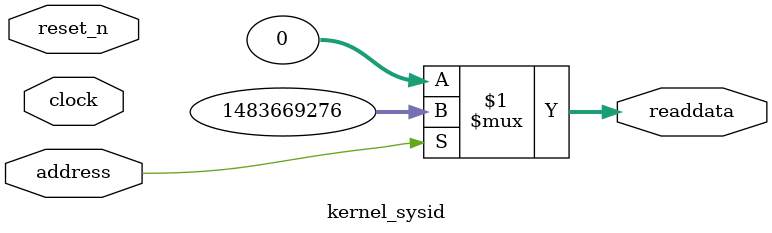
<source format=v>

`timescale 1ns / 1ps
// synthesis translate_on

// turn off superfluous verilog processor warnings 
// altera message_level Level1 
// altera message_off 10034 10035 10036 10037 10230 10240 10030 

module kernel_sysid (
               // inputs:
                address,
                clock,
                reset_n,

               // outputs:
                readdata
             )
;

  output  [ 31: 0] readdata;
  input            address;
  input            clock;
  input            reset_n;

  wire    [ 31: 0] readdata;
  //control_slave, which is an e_avalon_slave
  assign readdata = address ? 1483669276 : 0;

endmodule




</source>
